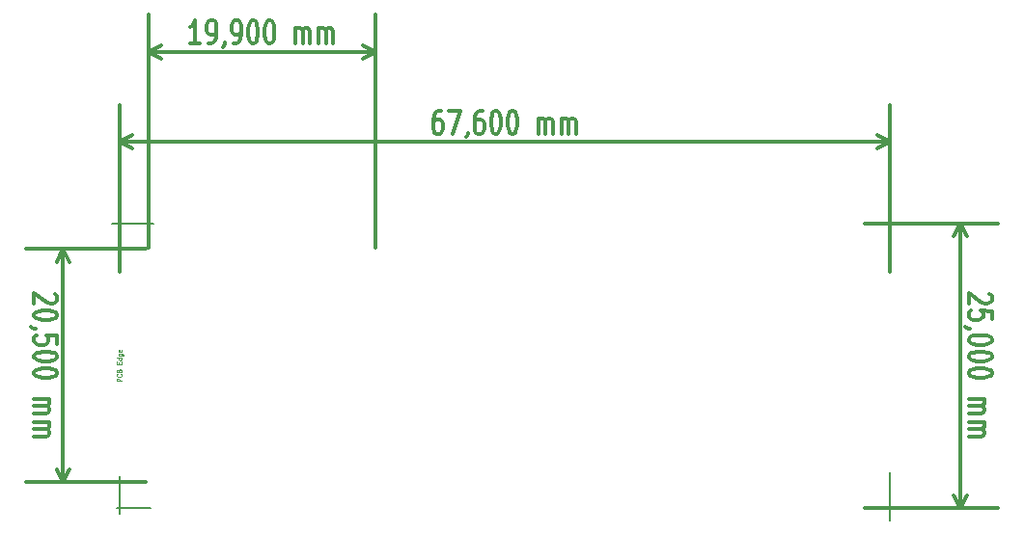
<source format=gbr>
G04 #@! TF.GenerationSoftware,KiCad,Pcbnew,5.1.0-060a0da~80~ubuntu16.04.1*
G04 #@! TF.CreationDate,2019-04-04T13:00:51+02:00*
G04 #@! TF.ProjectId,k2,6b322e6b-6963-4616-945f-706362585858,RevPB*
G04 #@! TF.SameCoordinates,Original*
G04 #@! TF.FileFunction,Drawing*
%FSLAX46Y46*%
G04 Gerber Fmt 4.6, Leading zero omitted, Abs format (unit mm)*
G04 Created by KiCad (PCBNEW 5.1.0-060a0da~80~ubuntu16.04.1) date 2019-04-04 13:00:51*
%MOMM*%
%LPD*%
G04 APERTURE LIST*
%ADD10C,0.150000*%
%ADD11C,0.304800*%
%ADD12C,0.040000*%
G04 APERTURE END LIST*
D10*
X176310000Y-104100000D02*
X176310000Y-108290000D01*
D11*
X136922000Y-72291638D02*
X136631714Y-72291638D01*
X136486571Y-72388400D01*
X136414000Y-72485161D01*
X136268857Y-72775447D01*
X136196285Y-73162495D01*
X136196285Y-73936590D01*
X136268857Y-74130114D01*
X136341428Y-74226876D01*
X136486571Y-74323638D01*
X136776857Y-74323638D01*
X136922000Y-74226876D01*
X136994571Y-74130114D01*
X137067142Y-73936590D01*
X137067142Y-73452780D01*
X136994571Y-73259257D01*
X136922000Y-73162495D01*
X136776857Y-73065733D01*
X136486571Y-73065733D01*
X136341428Y-73162495D01*
X136268857Y-73259257D01*
X136196285Y-73452780D01*
X137575142Y-72291638D02*
X138591142Y-72291638D01*
X137938000Y-74323638D01*
X139244285Y-74226876D02*
X139244285Y-74323638D01*
X139171714Y-74517161D01*
X139099142Y-74613923D01*
X140550571Y-72291638D02*
X140260285Y-72291638D01*
X140115142Y-72388400D01*
X140042571Y-72485161D01*
X139897428Y-72775447D01*
X139824857Y-73162495D01*
X139824857Y-73936590D01*
X139897428Y-74130114D01*
X139970000Y-74226876D01*
X140115142Y-74323638D01*
X140405428Y-74323638D01*
X140550571Y-74226876D01*
X140623142Y-74130114D01*
X140695714Y-73936590D01*
X140695714Y-73452780D01*
X140623142Y-73259257D01*
X140550571Y-73162495D01*
X140405428Y-73065733D01*
X140115142Y-73065733D01*
X139970000Y-73162495D01*
X139897428Y-73259257D01*
X139824857Y-73452780D01*
X141639142Y-72291638D02*
X141784285Y-72291638D01*
X141929428Y-72388400D01*
X142002000Y-72485161D01*
X142074571Y-72678685D01*
X142147142Y-73065733D01*
X142147142Y-73549542D01*
X142074571Y-73936590D01*
X142002000Y-74130114D01*
X141929428Y-74226876D01*
X141784285Y-74323638D01*
X141639142Y-74323638D01*
X141494000Y-74226876D01*
X141421428Y-74130114D01*
X141348857Y-73936590D01*
X141276285Y-73549542D01*
X141276285Y-73065733D01*
X141348857Y-72678685D01*
X141421428Y-72485161D01*
X141494000Y-72388400D01*
X141639142Y-72291638D01*
X143090571Y-72291638D02*
X143235714Y-72291638D01*
X143380857Y-72388400D01*
X143453428Y-72485161D01*
X143526000Y-72678685D01*
X143598571Y-73065733D01*
X143598571Y-73549542D01*
X143526000Y-73936590D01*
X143453428Y-74130114D01*
X143380857Y-74226876D01*
X143235714Y-74323638D01*
X143090571Y-74323638D01*
X142945428Y-74226876D01*
X142872857Y-74130114D01*
X142800285Y-73936590D01*
X142727714Y-73549542D01*
X142727714Y-73065733D01*
X142800285Y-72678685D01*
X142872857Y-72485161D01*
X142945428Y-72388400D01*
X143090571Y-72291638D01*
X145412857Y-74323638D02*
X145412857Y-72968971D01*
X145412857Y-73162495D02*
X145485428Y-73065733D01*
X145630571Y-72968971D01*
X145848285Y-72968971D01*
X145993428Y-73065733D01*
X146066000Y-73259257D01*
X146066000Y-74323638D01*
X146066000Y-73259257D02*
X146138571Y-73065733D01*
X146283714Y-72968971D01*
X146501428Y-72968971D01*
X146646571Y-73065733D01*
X146719142Y-73259257D01*
X146719142Y-74323638D01*
X147444857Y-74323638D02*
X147444857Y-72968971D01*
X147444857Y-73162495D02*
X147517428Y-73065733D01*
X147662571Y-72968971D01*
X147880285Y-72968971D01*
X148025428Y-73065733D01*
X148098000Y-73259257D01*
X148098000Y-74323638D01*
X148098000Y-73259257D02*
X148170571Y-73065733D01*
X148315714Y-72968971D01*
X148533428Y-72968971D01*
X148678571Y-73065733D01*
X148751142Y-73259257D01*
X148751142Y-74323638D01*
X108710000Y-75030000D02*
X176310000Y-75030000D01*
X108710000Y-86420000D02*
X108710000Y-71778800D01*
X176310000Y-86420000D02*
X176310000Y-71778800D01*
X176310000Y-75030000D02*
X175183496Y-75616421D01*
X176310000Y-75030000D02*
X175183496Y-74443579D01*
X108710000Y-75030000D02*
X109836504Y-75616421D01*
X108710000Y-75030000D02*
X109836504Y-74443579D01*
D10*
X108430000Y-107190000D02*
X108430000Y-107180000D01*
X111400000Y-107190000D02*
X108430000Y-107190000D01*
X108710000Y-104420000D02*
X108710000Y-107700000D01*
X108710000Y-86150000D02*
X108710000Y-81820000D01*
X111630000Y-82190000D02*
X108000000Y-82190000D01*
D11*
X103043638Y-88376285D02*
X103140400Y-88448857D01*
X103237161Y-88594000D01*
X103237161Y-88956857D01*
X103140400Y-89102000D01*
X103043638Y-89174571D01*
X102850114Y-89247142D01*
X102656590Y-89247142D01*
X102366304Y-89174571D01*
X101205161Y-88303714D01*
X101205161Y-89247142D01*
X103237161Y-90190571D02*
X103237161Y-90335714D01*
X103140400Y-90480857D01*
X103043638Y-90553428D01*
X102850114Y-90626000D01*
X102463066Y-90698571D01*
X101979257Y-90698571D01*
X101592209Y-90626000D01*
X101398685Y-90553428D01*
X101301923Y-90480857D01*
X101205161Y-90335714D01*
X101205161Y-90190571D01*
X101301923Y-90045428D01*
X101398685Y-89972857D01*
X101592209Y-89900285D01*
X101979257Y-89827714D01*
X102463066Y-89827714D01*
X102850114Y-89900285D01*
X103043638Y-89972857D01*
X103140400Y-90045428D01*
X103237161Y-90190571D01*
X101301923Y-91424285D02*
X101205161Y-91424285D01*
X101011638Y-91351714D01*
X100914876Y-91279142D01*
X103237161Y-92803142D02*
X103237161Y-92077428D01*
X102269542Y-92004857D01*
X102366304Y-92077428D01*
X102463066Y-92222571D01*
X102463066Y-92585428D01*
X102366304Y-92730571D01*
X102269542Y-92803142D01*
X102076019Y-92875714D01*
X101592209Y-92875714D01*
X101398685Y-92803142D01*
X101301923Y-92730571D01*
X101205161Y-92585428D01*
X101205161Y-92222571D01*
X101301923Y-92077428D01*
X101398685Y-92004857D01*
X103237161Y-93819142D02*
X103237161Y-93964285D01*
X103140400Y-94109428D01*
X103043638Y-94182000D01*
X102850114Y-94254571D01*
X102463066Y-94327142D01*
X101979257Y-94327142D01*
X101592209Y-94254571D01*
X101398685Y-94182000D01*
X101301923Y-94109428D01*
X101205161Y-93964285D01*
X101205161Y-93819142D01*
X101301923Y-93674000D01*
X101398685Y-93601428D01*
X101592209Y-93528857D01*
X101979257Y-93456285D01*
X102463066Y-93456285D01*
X102850114Y-93528857D01*
X103043638Y-93601428D01*
X103140400Y-93674000D01*
X103237161Y-93819142D01*
X103237161Y-95270571D02*
X103237161Y-95415714D01*
X103140400Y-95560857D01*
X103043638Y-95633428D01*
X102850114Y-95706000D01*
X102463066Y-95778571D01*
X101979257Y-95778571D01*
X101592209Y-95706000D01*
X101398685Y-95633428D01*
X101301923Y-95560857D01*
X101205161Y-95415714D01*
X101205161Y-95270571D01*
X101301923Y-95125428D01*
X101398685Y-95052857D01*
X101592209Y-94980285D01*
X101979257Y-94907714D01*
X102463066Y-94907714D01*
X102850114Y-94980285D01*
X103043638Y-95052857D01*
X103140400Y-95125428D01*
X103237161Y-95270571D01*
X101205161Y-97592857D02*
X102559828Y-97592857D01*
X102366304Y-97592857D02*
X102463066Y-97665428D01*
X102559828Y-97810571D01*
X102559828Y-98028285D01*
X102463066Y-98173428D01*
X102269542Y-98246000D01*
X101205161Y-98246000D01*
X102269542Y-98246000D02*
X102463066Y-98318571D01*
X102559828Y-98463714D01*
X102559828Y-98681428D01*
X102463066Y-98826571D01*
X102269542Y-98899142D01*
X101205161Y-98899142D01*
X101205161Y-99624857D02*
X102559828Y-99624857D01*
X102366304Y-99624857D02*
X102463066Y-99697428D01*
X102559828Y-99842571D01*
X102559828Y-100060285D01*
X102463066Y-100205428D01*
X102269542Y-100278000D01*
X101205161Y-100278000D01*
X102269542Y-100278000D02*
X102463066Y-100350571D01*
X102559828Y-100495714D01*
X102559828Y-100713428D01*
X102463066Y-100858571D01*
X102269542Y-100931142D01*
X101205161Y-100931142D01*
X103750000Y-84440000D02*
X103750000Y-104940000D01*
X110960000Y-84440000D02*
X100498800Y-84440000D01*
X110960000Y-104940000D02*
X100498800Y-104940000D01*
X103750000Y-104940000D02*
X103163579Y-103813496D01*
X103750000Y-104940000D02*
X104336421Y-103813496D01*
X103750000Y-84440000D02*
X103163579Y-85566504D01*
X103750000Y-84440000D02*
X104336421Y-85566504D01*
X115757142Y-66413638D02*
X114886285Y-66413638D01*
X115321714Y-66413638D02*
X115321714Y-64381638D01*
X115176571Y-64671923D01*
X115031428Y-64865447D01*
X114886285Y-64962209D01*
X116482857Y-66413638D02*
X116773142Y-66413638D01*
X116918285Y-66316876D01*
X116990857Y-66220114D01*
X117136000Y-65929828D01*
X117208571Y-65542780D01*
X117208571Y-64768685D01*
X117136000Y-64575161D01*
X117063428Y-64478400D01*
X116918285Y-64381638D01*
X116628000Y-64381638D01*
X116482857Y-64478400D01*
X116410285Y-64575161D01*
X116337714Y-64768685D01*
X116337714Y-65252495D01*
X116410285Y-65446019D01*
X116482857Y-65542780D01*
X116628000Y-65639542D01*
X116918285Y-65639542D01*
X117063428Y-65542780D01*
X117136000Y-65446019D01*
X117208571Y-65252495D01*
X117934285Y-66316876D02*
X117934285Y-66413638D01*
X117861714Y-66607161D01*
X117789142Y-66703923D01*
X118660000Y-66413638D02*
X118950285Y-66413638D01*
X119095428Y-66316876D01*
X119168000Y-66220114D01*
X119313142Y-65929828D01*
X119385714Y-65542780D01*
X119385714Y-64768685D01*
X119313142Y-64575161D01*
X119240571Y-64478400D01*
X119095428Y-64381638D01*
X118805142Y-64381638D01*
X118660000Y-64478400D01*
X118587428Y-64575161D01*
X118514857Y-64768685D01*
X118514857Y-65252495D01*
X118587428Y-65446019D01*
X118660000Y-65542780D01*
X118805142Y-65639542D01*
X119095428Y-65639542D01*
X119240571Y-65542780D01*
X119313142Y-65446019D01*
X119385714Y-65252495D01*
X120329142Y-64381638D02*
X120474285Y-64381638D01*
X120619428Y-64478400D01*
X120692000Y-64575161D01*
X120764571Y-64768685D01*
X120837142Y-65155733D01*
X120837142Y-65639542D01*
X120764571Y-66026590D01*
X120692000Y-66220114D01*
X120619428Y-66316876D01*
X120474285Y-66413638D01*
X120329142Y-66413638D01*
X120184000Y-66316876D01*
X120111428Y-66220114D01*
X120038857Y-66026590D01*
X119966285Y-65639542D01*
X119966285Y-65155733D01*
X120038857Y-64768685D01*
X120111428Y-64575161D01*
X120184000Y-64478400D01*
X120329142Y-64381638D01*
X121780571Y-64381638D02*
X121925714Y-64381638D01*
X122070857Y-64478400D01*
X122143428Y-64575161D01*
X122216000Y-64768685D01*
X122288571Y-65155733D01*
X122288571Y-65639542D01*
X122216000Y-66026590D01*
X122143428Y-66220114D01*
X122070857Y-66316876D01*
X121925714Y-66413638D01*
X121780571Y-66413638D01*
X121635428Y-66316876D01*
X121562857Y-66220114D01*
X121490285Y-66026590D01*
X121417714Y-65639542D01*
X121417714Y-65155733D01*
X121490285Y-64768685D01*
X121562857Y-64575161D01*
X121635428Y-64478400D01*
X121780571Y-64381638D01*
X124102857Y-66413638D02*
X124102857Y-65058971D01*
X124102857Y-65252495D02*
X124175428Y-65155733D01*
X124320571Y-65058971D01*
X124538285Y-65058971D01*
X124683428Y-65155733D01*
X124756000Y-65349257D01*
X124756000Y-66413638D01*
X124756000Y-65349257D02*
X124828571Y-65155733D01*
X124973714Y-65058971D01*
X125191428Y-65058971D01*
X125336571Y-65155733D01*
X125409142Y-65349257D01*
X125409142Y-66413638D01*
X126134857Y-66413638D02*
X126134857Y-65058971D01*
X126134857Y-65252495D02*
X126207428Y-65155733D01*
X126352571Y-65058971D01*
X126570285Y-65058971D01*
X126715428Y-65155733D01*
X126788000Y-65349257D01*
X126788000Y-66413638D01*
X126788000Y-65349257D02*
X126860571Y-65155733D01*
X127005714Y-65058971D01*
X127223428Y-65058971D01*
X127368571Y-65155733D01*
X127441142Y-65349257D01*
X127441142Y-66413638D01*
X111250000Y-67120000D02*
X131150000Y-67120000D01*
X111250000Y-84340000D02*
X111250000Y-63868800D01*
X131150000Y-84340000D02*
X131150000Y-63868800D01*
X131150000Y-67120000D02*
X130023496Y-67706421D01*
X131150000Y-67120000D02*
X130023496Y-66533579D01*
X111250000Y-67120000D02*
X112376504Y-67706421D01*
X111250000Y-67120000D02*
X112376504Y-66533579D01*
X185024838Y-88376285D02*
X185121600Y-88448857D01*
X185218361Y-88594000D01*
X185218361Y-88956857D01*
X185121600Y-89102000D01*
X185024838Y-89174571D01*
X184831314Y-89247142D01*
X184637790Y-89247142D01*
X184347504Y-89174571D01*
X183186361Y-88303714D01*
X183186361Y-89247142D01*
X185218361Y-90626000D02*
X185218361Y-89900285D01*
X184250742Y-89827714D01*
X184347504Y-89900285D01*
X184444266Y-90045428D01*
X184444266Y-90408285D01*
X184347504Y-90553428D01*
X184250742Y-90626000D01*
X184057219Y-90698571D01*
X183573409Y-90698571D01*
X183379885Y-90626000D01*
X183283123Y-90553428D01*
X183186361Y-90408285D01*
X183186361Y-90045428D01*
X183283123Y-89900285D01*
X183379885Y-89827714D01*
X183283123Y-91424285D02*
X183186361Y-91424285D01*
X182992838Y-91351714D01*
X182896076Y-91279142D01*
X185218361Y-92367714D02*
X185218361Y-92512857D01*
X185121600Y-92658000D01*
X185024838Y-92730571D01*
X184831314Y-92803142D01*
X184444266Y-92875714D01*
X183960457Y-92875714D01*
X183573409Y-92803142D01*
X183379885Y-92730571D01*
X183283123Y-92658000D01*
X183186361Y-92512857D01*
X183186361Y-92367714D01*
X183283123Y-92222571D01*
X183379885Y-92150000D01*
X183573409Y-92077428D01*
X183960457Y-92004857D01*
X184444266Y-92004857D01*
X184831314Y-92077428D01*
X185024838Y-92150000D01*
X185121600Y-92222571D01*
X185218361Y-92367714D01*
X185218361Y-93819142D02*
X185218361Y-93964285D01*
X185121600Y-94109428D01*
X185024838Y-94182000D01*
X184831314Y-94254571D01*
X184444266Y-94327142D01*
X183960457Y-94327142D01*
X183573409Y-94254571D01*
X183379885Y-94182000D01*
X183283123Y-94109428D01*
X183186361Y-93964285D01*
X183186361Y-93819142D01*
X183283123Y-93674000D01*
X183379885Y-93601428D01*
X183573409Y-93528857D01*
X183960457Y-93456285D01*
X184444266Y-93456285D01*
X184831314Y-93528857D01*
X185024838Y-93601428D01*
X185121600Y-93674000D01*
X185218361Y-93819142D01*
X185218361Y-95270571D02*
X185218361Y-95415714D01*
X185121600Y-95560857D01*
X185024838Y-95633428D01*
X184831314Y-95706000D01*
X184444266Y-95778571D01*
X183960457Y-95778571D01*
X183573409Y-95706000D01*
X183379885Y-95633428D01*
X183283123Y-95560857D01*
X183186361Y-95415714D01*
X183186361Y-95270571D01*
X183283123Y-95125428D01*
X183379885Y-95052857D01*
X183573409Y-94980285D01*
X183960457Y-94907714D01*
X184444266Y-94907714D01*
X184831314Y-94980285D01*
X185024838Y-95052857D01*
X185121600Y-95125428D01*
X185218361Y-95270571D01*
X183186361Y-97592857D02*
X184541028Y-97592857D01*
X184347504Y-97592857D02*
X184444266Y-97665428D01*
X184541028Y-97810571D01*
X184541028Y-98028285D01*
X184444266Y-98173428D01*
X184250742Y-98246000D01*
X183186361Y-98246000D01*
X184250742Y-98246000D02*
X184444266Y-98318571D01*
X184541028Y-98463714D01*
X184541028Y-98681428D01*
X184444266Y-98826571D01*
X184250742Y-98899142D01*
X183186361Y-98899142D01*
X183186361Y-99624857D02*
X184541028Y-99624857D01*
X184347504Y-99624857D02*
X184444266Y-99697428D01*
X184541028Y-99842571D01*
X184541028Y-100060285D01*
X184444266Y-100205428D01*
X184250742Y-100278000D01*
X183186361Y-100278000D01*
X184250742Y-100278000D02*
X184444266Y-100350571D01*
X184541028Y-100495714D01*
X184541028Y-100713428D01*
X184444266Y-100858571D01*
X184250742Y-100931142D01*
X183186361Y-100931142D01*
X182480000Y-82190000D02*
X182480000Y-107190000D01*
X174040000Y-82190000D02*
X185731200Y-82190000D01*
X174040000Y-107190000D02*
X185731200Y-107190000D01*
X182480000Y-107190000D02*
X181893579Y-106063496D01*
X182480000Y-107190000D02*
X183066421Y-106063496D01*
X182480000Y-82190000D02*
X181893579Y-83316504D01*
X182480000Y-82190000D02*
X183066421Y-83316504D01*
D12*
X108870952Y-96061428D02*
X108470952Y-96061428D01*
X108470952Y-95909047D01*
X108490000Y-95870952D01*
X108509047Y-95851904D01*
X108547142Y-95832857D01*
X108604285Y-95832857D01*
X108642380Y-95851904D01*
X108661428Y-95870952D01*
X108680476Y-95909047D01*
X108680476Y-96061428D01*
X108832857Y-95432857D02*
X108851904Y-95451904D01*
X108870952Y-95509047D01*
X108870952Y-95547142D01*
X108851904Y-95604285D01*
X108813809Y-95642380D01*
X108775714Y-95661428D01*
X108699523Y-95680476D01*
X108642380Y-95680476D01*
X108566190Y-95661428D01*
X108528095Y-95642380D01*
X108490000Y-95604285D01*
X108470952Y-95547142D01*
X108470952Y-95509047D01*
X108490000Y-95451904D01*
X108509047Y-95432857D01*
X108661428Y-95128095D02*
X108680476Y-95070952D01*
X108699523Y-95051904D01*
X108737619Y-95032857D01*
X108794761Y-95032857D01*
X108832857Y-95051904D01*
X108851904Y-95070952D01*
X108870952Y-95109047D01*
X108870952Y-95261428D01*
X108470952Y-95261428D01*
X108470952Y-95128095D01*
X108490000Y-95090000D01*
X108509047Y-95070952D01*
X108547142Y-95051904D01*
X108585238Y-95051904D01*
X108623333Y-95070952D01*
X108642380Y-95090000D01*
X108661428Y-95128095D01*
X108661428Y-95261428D01*
X108661428Y-94556666D02*
X108661428Y-94423333D01*
X108870952Y-94366190D02*
X108870952Y-94556666D01*
X108470952Y-94556666D01*
X108470952Y-94366190D01*
X108870952Y-94023333D02*
X108470952Y-94023333D01*
X108851904Y-94023333D02*
X108870952Y-94061428D01*
X108870952Y-94137619D01*
X108851904Y-94175714D01*
X108832857Y-94194761D01*
X108794761Y-94213809D01*
X108680476Y-94213809D01*
X108642380Y-94194761D01*
X108623333Y-94175714D01*
X108604285Y-94137619D01*
X108604285Y-94061428D01*
X108623333Y-94023333D01*
X108604285Y-93661428D02*
X108928095Y-93661428D01*
X108966190Y-93680476D01*
X108985238Y-93699523D01*
X109004285Y-93737619D01*
X109004285Y-93794761D01*
X108985238Y-93832857D01*
X108851904Y-93661428D02*
X108870952Y-93699523D01*
X108870952Y-93775714D01*
X108851904Y-93813809D01*
X108832857Y-93832857D01*
X108794761Y-93851904D01*
X108680476Y-93851904D01*
X108642380Y-93832857D01*
X108623333Y-93813809D01*
X108604285Y-93775714D01*
X108604285Y-93699523D01*
X108623333Y-93661428D01*
X108851904Y-93318571D02*
X108870952Y-93356666D01*
X108870952Y-93432857D01*
X108851904Y-93470952D01*
X108813809Y-93490000D01*
X108661428Y-93490000D01*
X108623333Y-93470952D01*
X108604285Y-93432857D01*
X108604285Y-93356666D01*
X108623333Y-93318571D01*
X108661428Y-93299523D01*
X108699523Y-93299523D01*
X108737619Y-93490000D01*
M02*

</source>
